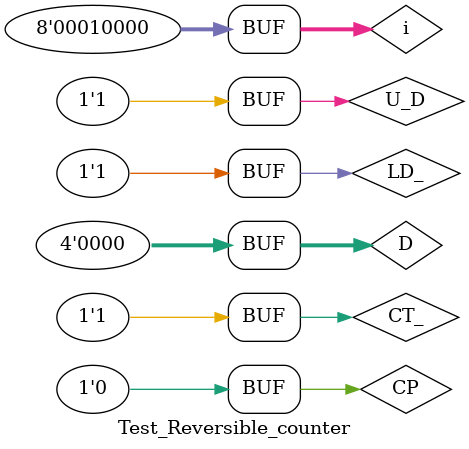
<source format=v>
`timescale 1ns / 1ps


module Test_Reversible_counter;

  reg LD_, CT_, U_D, CP;
  reg [3:0] D;
  wire [3:0] Q;
  wire RCO_, MAX_MIN;

  Reversible_counter uut (
    .LD_(LD_),
    .CT_(CT_),
    .U_D(U_D),
    .CP(CP),
    .D(D),
    .Q(Q),
    .RCO_(RCO_),
    .MAX_MIN(MAX_MIN)
  );
  reg[7:0] i;
  initial begin

    CT_ = 1'd0;
    LD_ = 1'd0;
    U_D = 1'b0;
    D = 4'd0000;
    CP = 0;
    #5;
    for(i=0;i<16;i=i+1) begin
        D = D + 1'd1;
        CP = 1;
        #5;
        CP = 0;
        #5;
    end
    D = 4'd0000;
    #5;
    
    LD_ = 1'd1;
    for (i = 0; i < 16; i = i + 1) begin
      CP = 1;
      #5;
      CP = 0;
      #5;
    end
    
    U_D = 1'd1;
    for (i = 0; i < 16; i = i + 1) begin
      CP = 1;
      #5;
      CP = 0;
      #5;
    end
    // keep
    CT_ = 1'd1;
    LD_ = 1'd1;
    U_D = 1'b0;
    #5;
    for(i=0;i<16;i=i+1) begin
        D = D + 1'd1;
        CP = 1;
        #5;
        CP = 0;
        #5;
    end
    D = 4'd0000;
    #5;
    
    LD_ = 1'd1;
    for (i = 0; i < 16; i = i + 1) begin
      CP = 1;
      #5;
      CP = 0;
      #5;
    end
    
    U_D = 1'd1;
    for (i = 0; i < 16; i = i + 1) begin
      CP = 1;
      #5;
      CP = 0;
      #5;
    end
  end
endmodule

</source>
